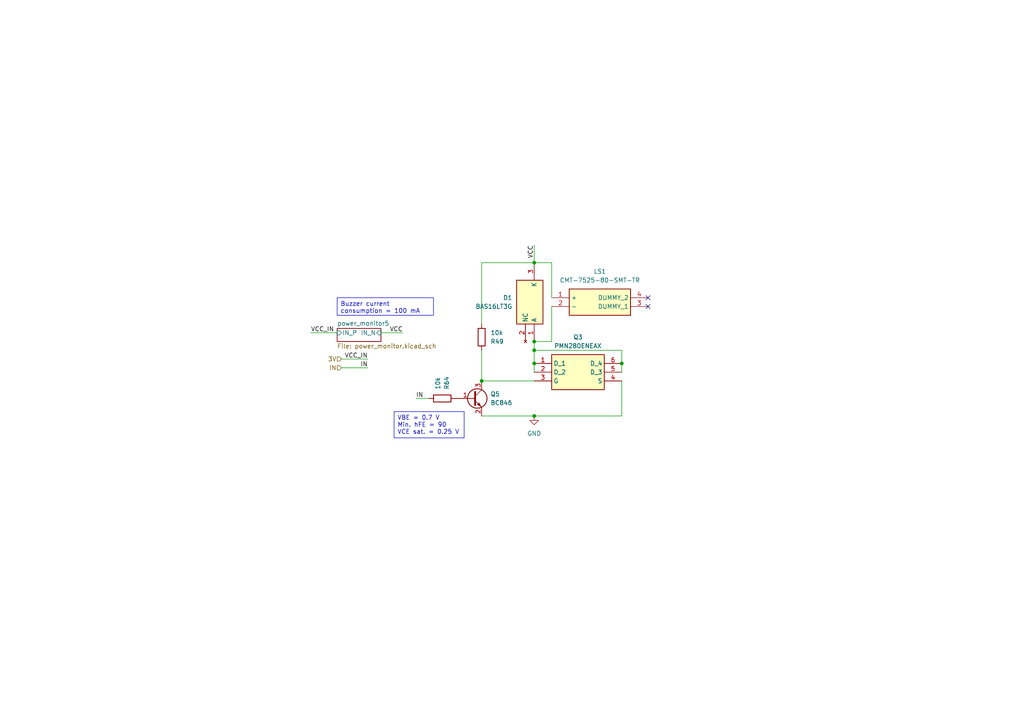
<source format=kicad_sch>
(kicad_sch (version 20231120) (generator "eeschema") (generator_version "8.0")
  (paper "A4")
  (title_block (title "Open Running Watch") (date "2024-05-13") (rev "0.1.1") (company "github.com/fuad1502/open-running-watch-hw"))
  (lib_symbols
    (symbol "BAS16LT3G:BAS16LT3G"
      (property "Reference" "D" (at 19.05 7.62 0))
      (property "Value" "BAS16LT3G" (at 19.05 5.08 0))
      (symbol "BAS16LT3G_1_1"
        (rectangle (start 5.08 2.54) (end 17.78 -5.08) (stroke (width 0.254)) (fill (type background)))
        (pin passive line (at 0 0 0) (length 5.08) (name "A") (number "1"))
        (pin no_connect line (at 0 -2.54 0) (length 5.08) (name "NC") (number "2"))
        (pin passive line (at 22.86 0 180) (length 5.08) (name "K") (number "3"))
      )
    )
    (symbol "CMT-7525-80-SMT-TR:CMT-7525-80-SMT-TR"
      (property "Reference" "LS" (at 24.13 7.62 0))
      (property "Value" "CMT-7525-80-SMT-TR" (at 24.13 5.08 0))
      (symbol "CMT-7525-80-SMT-TR_1_1"
        (rectangle (start 5.08 2.54) (end 22.86 -5.08) (stroke (width 0.254)) (fill (type background)))
        (pin passive line (at 0 0 0) (length 5.08) (name "+") (number "1"))
        (pin passive line (at 0 -2.54 0) (length 5.08) (name "-") (number "2"))
        (pin passive line (at 27.94 -2.54 180) (length 5.08) (name "DUMMY_1") (number "3"))
        (pin passive line (at 27.94 0 180) (length 5.08) (name "DUMMY_2") (number "4"))
      )
    )
    (symbol "Device:R" (pin_numbers hide) (pin_names (offset 0))
      (property "Reference" "R" (at 2.032 0 90))
      (property "Value" "R" (at 0 0 90))
      (symbol "R_0_1"
        (rectangle (start -1.016 -2.54) (end 1.016 2.54) (stroke (width 0.254)))
      )
      (symbol "R_1_1"
        (pin passive line (at 0 3.81 270) (length 1.27) (name "~") (number "1"))
        (pin passive line (at 0 -3.81 90) (length 1.27) (name "~") (number "2"))
      )
    )
    (symbol "PMN280ENEAX:PMN280ENEAX"
      (property "Reference" "Q" (at 21.59 7.62 0))
      (property "Value" "PMN280ENEAX" (at 21.59 5.08 0))
      (symbol "PMN280ENEAX_1_1"
        (rectangle (start 5.08 2.54) (end 20.32 -7.62) (stroke (width 0.254)) (fill (type background)))
        (pin passive line (at 0 0 0) (length 5.08) (name "D_1") (number "1"))
        (pin passive line (at 0 -2.54 0) (length 5.08) (name "D_2") (number "2"))
        (pin passive line (at 0 -5.08 0) (length 5.08) (name "G") (number "3"))
        (pin passive line (at 25.4 -5.08 180) (length 5.08) (name "S") (number "4"))
        (pin passive line (at 25.4 -2.54 180) (length 5.08) (name "D_3") (number "5"))
        (pin passive line (at 25.4 0 180) (length 5.08) (name "D_4") (number "6"))
      )
    )
    (symbol "Transistor_BJT:BC846" (pin_names (offset 0) hide)
      (property "Reference" "Q" (at 5.08 1.905 0))
      (property "Value" "BC846" (at 5.08 0 0))
      (symbol "BC846_0_1"
        (polyline (pts (xy 0.635 0.635) (xy 2.54 2.54)))
        (polyline (pts (xy 0.635 -0.635) (xy 2.54 -2.54) (xy 2.54 -2.54)))
        (polyline (pts (xy 0.635 1.905) (xy 0.635 -1.905) (xy 0.635 -1.905)) (stroke (width 0.508)))
        (polyline (pts (xy 1.27 -1.778) (xy 1.778 -1.27) (xy 2.286 -2.286) (xy 1.27 -1.778) (xy 1.27 -1.778)) (fill (type outline)))
        (circle (center 1.27 0) (radius 2.8194) (stroke (width 0.254)))
      )
      (symbol "BC846_1_1"
        (pin input line (at -5.08 0 0) (length 5.715) (name "B") (number "1"))
        (pin passive line (at 2.54 -5.08 90) (length 2.54) (name "E") (number "2"))
        (pin passive line (at 2.54 5.08 270) (length 2.54) (name "C") (number "3"))
      )
    )
    (symbol "power:GND" (power) (pin_numbers hide) (pin_names (offset 0) hide)
      (property "Value" "GND" (at 0 -3.81 0))
      (symbol "GND_0_1"
        (polyline (pts (xy 0 0) (xy 0 -1.27) (xy 1.27 -1.27) (xy 0 -2.54) (xy -1.27 -1.27) (xy 0 -1.27)))
      )
      (symbol "GND_1_1"
        (pin power_in line (at 0 0 270) (length 0) (name "~") (number "1"))
      )
    )
  )
  (junction (at 180.34 105.41))
  (junction (at 154.94 99.06))
  (junction (at 154.94 101.6))
  (junction (at 139.7 110.49))
  (junction (at 154.94 105.41))
  (junction (at 154.94 76.2))
  (junction (at 154.94 120.65))
  (no_connect (at 187.96 86.36))
  (no_connect (at 187.96 88.9))
  (wire (pts (xy 99.06 106.68) (xy 106.68 106.68)))
  (wire (pts (xy 110.49 96.52) (xy 116.84 96.52)))
  (wire (pts (xy 139.7 93.98) (xy 139.7 76.2)))
  (wire (pts (xy 154.94 105.41) (xy 154.94 107.95)))
  (wire (pts (xy 180.34 110.49) (xy 180.34 120.65)))
  (wire (pts (xy 160.02 76.2) (xy 160.02 86.36)))
  (wire (pts (xy 154.94 101.6) (xy 180.34 101.6)))
  (wire (pts (xy 99.06 104.14) (xy 106.68 104.14)))
  (wire (pts (xy 160.02 88.9) (xy 160.02 99.06)))
  (wire (pts (xy 154.94 99.06) (xy 154.94 101.6)))
  (wire (pts (xy 180.34 101.6) (xy 180.34 105.41)))
  (wire (pts (xy 154.94 76.2) (xy 160.02 76.2)))
  (wire (pts (xy 154.94 71.12) (xy 154.94 76.2)))
  (wire (pts (xy 139.7 101.6) (xy 139.7 110.49)))
  (wire (pts (xy 160.02 99.06) (xy 154.94 99.06)))
  (wire (pts (xy 154.94 101.6) (xy 154.94 105.41)))
  (wire (pts (xy 120.65 115.57) (xy 124.46 115.57)))
  (wire (pts (xy 180.34 120.65) (xy 154.94 120.65)))
  (wire (pts (xy 139.7 110.49) (xy 154.94 110.49)))
  (wire (pts (xy 139.7 120.65) (xy 154.94 120.65)))
  (wire (pts (xy 180.34 105.41) (xy 180.34 107.95)))
  (wire (pts (xy 90.17 96.52) (xy 97.79 96.52)))
  (wire (pts (xy 139.7 76.2) (xy 154.94 76.2)))
  (text_box "Buzzer current consumption = 100 mA" (at 97.79 86.36 0) (size 27.94 5.08) (effects (font (size 1.27 1.27)) (justify left top)))
  (text_box "VBE = 0.7 V\nMin. hFE = 90\nVCE sat. = 0.25 V" (at 114.3 119.38 0) (size 20.32 7.62) (effects (font (size 1.27 1.27)) (justify left top)))
  (label "VCC_IN" (at 90.17 96.52 0))
  (label "IN" (at 106.68 106.68 180))
  (label "VCC_IN" (at 106.68 104.14 180))
  (label "VCC" (at 116.84 96.52 180))
  (label "IN" (at 120.65 115.57 0))
  (label "VCC" (at 154.94 71.12 270))
  (hierarchical_label "IN" (shape input) (at 99.06 106.68 180))
  (hierarchical_label "3V" (shape input) (at 99.06 104.14 180))
  (symbol (lib_id "power:GND") (at 154.94 120.65 0) (unit 1)
    (property "Reference" "#PWR0150" (effects (hide yes)))
    (property "Value" "GND" (at 154.94 125.73 0))
    (property "Description" "Power symbol creates a global label with name \"GND\" , ground" (effects (hide yes)))
  )
  (symbol (lib_id "Device:R") (at 128.27 115.57 270) (mirror x) (unit 1)
    (property "Reference" "R64" (at 129.5401 113.03 0) (effects (justify left)))
    (property "Value" "10k" (at 127.0001 113.03 0) (effects (justify left)))
    (property "Footprint" "Resistor_SMD:R_0402_1005Metric" (effects (hide yes)))
    (property "Description" "Resistor" (effects (hide yes)))
    (property "Manufacturer_Part_Number" "RC0402JR-0710KP" (effects (hide yes)))
  )
  (symbol (lib_id "Transistor_BJT:BC846") (at 137.16 115.57 0) (unit 1)
    (property "Reference" "Q5" (at 142.24 114.2999 0) (effects (justify left)))
    (property "Value" "BC846" (at 142.24 116.8399 0) (effects (justify left)))
    (property "Footprint" "Package_TO_SOT_SMD:SOT-23" (effects (hide yes)))
    (property "Datasheet" "https://assets.nexperia.com/documents/data-sheet/BC846_SER.pdf" (effects (hide yes)))
    (property "Description" "0.1A Ic, 65V Vce, NPN Transistor, SOT-23" (effects (hide yes)))
    (property "Manufacturer_Part_Number" "BC847BLT1G" (effects (hide yes)))
  )
  (symbol (lib_id "Device:R") (at 139.7 97.79 0) (mirror x) (unit 1)
    (property "Reference" "R49" (at 142.24 99.0601 0) (effects (justify left)))
    (property "Value" "10k" (at 142.24 96.5201 0) (effects (justify left)))
    (property "Footprint" "Resistor_SMD:R_0402_1005Metric" (effects (hide yes)))
    (property "Description" "Resistor" (effects (hide yes)))
    (property "Manufacturer_Part_Number" "RC0402JR-0710KP" (effects (hide yes)))
  )
  (symbol (lib_id "BAS16LT3G:BAS16LT3G") (at 154.94 99.06 270) (mirror x) (unit 1)
    (property "Reference" "D1" (at 148.59 86.3599 90) (effects (justify right)))
    (property "Value" "BAS16LT3G" (at 148.59 88.8999 90) (effects (justify right)))
    (property "Footprint" "BAS16LT3G:SOT96P237X111-3N" (effects (hide yes)))
    (property "Datasheet" "http://www.onsemi.com/pub/Collateral/BAS16LT1-D.PDF" (effects (hide yes)))
    (property "Description" "BAS16LT3G, Small Signal Diode,  Switching 200mA max, 75V 6ns Switching, 3-Pin, SOT-23" (effects (hide yes)))
    (property "Height" "1.11" (effects (hide yes)))
    (property "Mouser Part Number" "863-BAS16LT3G" (effects (hide yes)))
    (property "Mouser Price/Stock" "https://www.mouser.co.uk/ProductDetail/onsemi/BAS16LT3G?qs=vLkC5FC1VN%252BHps7pSJfTSw%3D%3D" (effects (hide yes)))
    (property "Manufacturer_Name" "onsemi" (effects (hide yes)))
    (property "Manufacturer_Part_Number" "BAS16LT3G" (effects (hide yes)))
  )
  (symbol (lib_id "PMN280ENEAX:PMN280ENEAX") (at 154.94 105.41 0) (unit 1)
    (property "Reference" "Q3" (at 167.64 97.79 0))
    (property "Value" "PMN280ENEAX" (at 167.64 100.33 0))
    (property "Footprint" "PMN280ENEAX:PMN280ENEAX" (effects (hide yes)))
    (property "Datasheet" "https://assets.nexperia.com/documents/data-sheet/PMN280ENEA.pdf" (effects (hide yes)))
    (property "Description" "N-Channel 100 V 1.2A (Ta) 667mW (Ta), 7.5W (Tc) Surface Mount 6-TSOP" (effects (hide yes)))
    (property "Height" "1.1" (effects (hide yes)))
    (property "Mouser Part Number" "771-PMN280ENEAX" (effects (hide yes)))
    (property "Mouser Price/Stock" "https://www.mouser.co.uk/ProductDetail/Nexperia/PMN280ENEAX?qs=vLWxofP3U2y1PAZ3d0zetg%3D%3D" (effects (hide yes)))
    (property "Manufacturer_Name" "Nexperia" (effects (hide yes)))
    (property "Manufacturer_Part_Number" "PMN280ENEAX" (effects (hide yes)))
  )
  (symbol (lib_id "CMT-7525-80-SMT-TR:CMT-7525-80-SMT-TR") (at 160.02 86.36 0) (unit 1)
    (property "Reference" "LS1" (at 173.99 78.74 0))
    (property "Value" "CMT-7525-80-SMT-TR" (at 173.99 81.28 0))
    (property "Footprint" "CMT-7525-80-SMT-TR:CMT752580SMTTR" (effects (hide yes)))
    (property "Datasheet" "https://www.cuidevices.com/product/resource/cmt-7525-80-smt-tr.pdf" (effects (hide yes)))
    (property "Description" "Piezo Buzzers & Audio Indicators buzzer, 7.5 mm, 2.5 mm deep, M, 3.6 V, 80 dB, Surface Mount (SMT), Audio Transducer" (effects (hide yes)))
    (property "Height" "2.7" (effects (hide yes)))
    (property "Mouser Part Number" "490-CMT-7525-80SMTTR" (effects (hide yes)))
    (property "Mouser Price/Stock" "https://www.mouser.co.uk/ProductDetail/CUI-Devices/CMT-7525-80-SMT-TR?qs=P1JMDcb91o5izP7Xira9ww%3D%3D" (effects (hide yes)))
    (property "Manufacturer_Name" "CUI Devices" (effects (hide yes)))
    (property "Manufacturer_Part_Number" "CMT-7525-80-SMT-TR" (effects (hide yes)))
  )
  (sheet (at 97.79 95.25) (size 12.7 3.81) (stroke (width 0.1524))
    (property "Sheetname" "power_monitor5" (at 97.79 94.5384 0) (effects (justify left bottom)))
    (property "Sheetfile" "power_monitor.kicad_sch" (at 97.79 99.6446 0) (effects (justify left top)))
    (pin "IN_P" input (at 97.79 96.52 180))
    (pin "IN_N" input (at 110.49 96.52 0))
  )
)
</source>
